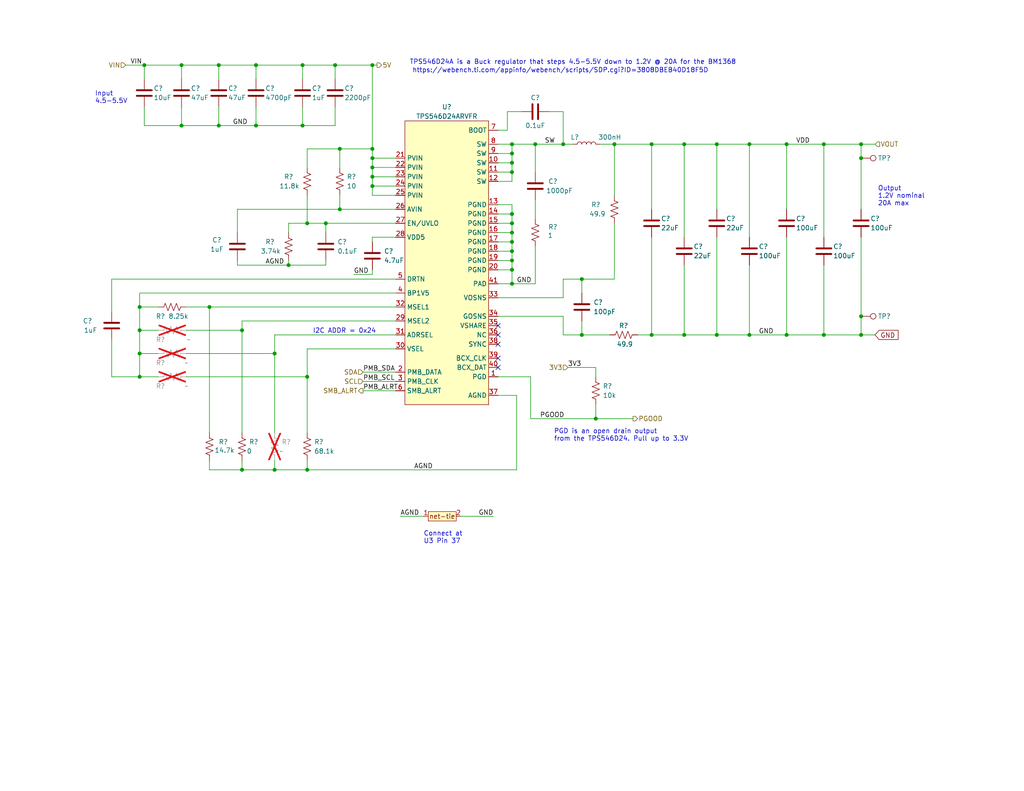
<source format=kicad_sch>
(kicad_sch (version 20250114) (generator "eeschema") (generator_version "9.0")
  (paper "A")
  (title_block (title "hashdisk") (date "2025-07-24") (rev "v3"))
  (lib_symbols
    (symbol "Connector:TestPoint" (pin_numbers (hide yes)) (pin_names (offset 0.762) (hide yes))
      (property "Reference" "TP" (at 0 6.858 0))
      (property "Value" "TestPoint" (at 0 5.08 0))
      (symbol "TestPoint_0_1"
        (circle (center 0 3.302) (radius 0.762))
      )
      (symbol "TestPoint_1_1"
        (pin passive line (at 0 0 90) (length 2.54) (name "1") (number "1"))
      )
    )
    (symbol "Device:C" (pin_numbers (hide yes)) (pin_names (offset 0.254))
      (property "Reference" "C" (at 0.635 2.54 0))
      (property "Value" "C" (at 0.635 -2.54 0))
      (symbol "C_0_1"
        (polyline (pts (xy -2.032 0.762) (xy 2.032 0.762)) (stroke (width 0.508)))
        (polyline (pts (xy -2.032 -0.762) (xy 2.032 -0.762)) (stroke (width 0.508)))
      )
      (symbol "C_1_1"
        (pin passive line (at 0 3.81 270) (length 2.794) (name "~") (number "1"))
        (pin passive line (at 0 -3.81 90) (length 2.794) (name "~") (number "2"))
      )
    )
    (symbol "Device:L" (pin_numbers (hide yes)) (pin_names (offset 1.016) (hide yes))
      (property "Reference" "L" (at -1.27 0 90))
      (property "Value" "L" (at 1.905 0 90))
      (symbol "L_0_1"
        (arc (start 0 2.54) (mid 0.6323 1.905) (end 0 1.27))
        (arc (start 0 1.27) (mid 0.6323 0.635) (end 0 0))
        (arc (start 0 0) (mid 0.6323 -0.635) (end 0 -1.27))
        (arc (start 0 -1.27) (mid 0.6323 -1.905) (end 0 -2.54))
      )
      (symbol "L_1_1"
        (pin passive line (at 0 3.81 270) (length 1.27) (name "1") (number "1"))
        (pin passive line (at 0 -3.81 90) (length 1.27) (name "2") (number "2"))
      )
    )
    (symbol "Device:R_US" (pin_numbers (hide yes)) (pin_names (offset 0))
      (property "Reference" "R" (at 2.54 0 90))
      (property "Value" "R_US" (at -2.54 0 90))
      (symbol "R_US_0_1"
        (polyline (pts (xy 0 2.286) (xy 0 2.54)))
        (polyline (pts (xy 0 2.286) (xy 1.016 1.905) (xy 0 1.524) (xy -1.016 1.143) (xy 0 0.762)))
        (polyline (pts (xy 0 0.762) (xy 1.016 0.381) (xy 0 0) (xy -1.016 -0.381) (xy 0 -0.762)))
        (polyline (pts (xy 0 -0.762) (xy 1.016 -1.143) (xy 0 -1.524) (xy -1.016 -1.905) (xy 0 -2.286)))
        (polyline (pts (xy 0 -2.286) (xy 0 -2.54)))
      )
      (symbol "R_US_1_1"
        (pin passive line (at 0 3.81 270) (length 1.27) (name "~") (number "1"))
        (pin passive line (at 0 -3.81 90) (length 1.27) (name "~") (number "2"))
      )
    )
    (symbol "bitaxe:TPS546D24"
      (property "Reference" "U10" (at 0 45.72 0))
      (property "Value" "TPS546D24ARVFR" (at 0 43.18 0))
      (symbol "TPS546D24_0_1"
        (rectangle (start -11.43 41.91) (end 11.43 -35.56) (stroke (width 0.1524)) (fill (type background)))
      )
      (symbol "TPS546D24_1_1"
        (pin input line (at -13.97 31.75 0) (length 2.54) (name "PVIN") (number "21"))
        (pin input line (at -13.97 29.21 0) (length 2.54) (name "PVIN") (number "22"))
        (pin input line (at -13.97 26.67 0) (length 2.54) (name "PVIN") (number "23"))
        (pin input line (at -13.97 24.13 0) (length 2.54) (name "PVIN") (number "24"))
        (pin input line (at -13.97 21.59 0) (length 2.54) (name "PVIN") (number "25"))
        (pin input line (at -13.97 17.78 0) (length 2.54) (name "AVIN") (number "26"))
        (pin input line (at -13.97 13.97 0) (length 2.54) (name "EN/UVLO") (number "27"))
        (pin output line (at -13.97 10.16 0) (length 2.54) (name "VDD5") (number "28"))
        (pin input line (at -13.97 -1.27 0) (length 2.54) (name "DRTN") (number "5"))
        (pin input line (at -13.97 -5.08 0) (length 2.54) (name "BP1V5") (number "4"))
        (pin input line (at -13.97 -8.89 0) (length 2.54) (name "MSEL1") (number "32"))
        (pin input line (at -13.97 -12.7 0) (length 2.54) (name "MSEL2") (number "29"))
        (pin input line (at -13.97 -16.51 0) (length 2.54) (name "ADRSEL") (number "31"))
        (pin input line (at -13.97 -20.32 0) (length 2.54) (name "VSEL") (number "30"))
        (pin input line (at -13.97 -26.67 0) (length 2.54) (name "PMB_DATA") (number "2"))
        (pin input line (at -13.97 -29.21 0) (length 2.54) (name "PMB_CLK") (number "3"))
        (pin input line (at -13.97 -31.75 0) (length 2.54) (name "SMB_ALRT") (number "6"))
        (pin input line (at 13.97 39.37 180) (length 2.54) (name "BOOT") (number "7"))
        (pin output line (at 13.97 35.56 180) (length 2.54) (name "SW") (number "8"))
        (pin power_in line (at 13.97 33.02 180) (length 2.54) (name "SW") (number "9"))
        (pin power_in line (at 13.97 30.48 180) (length 2.54) (name "SW") (number "10"))
        (pin output line (at 13.97 27.94 180) (length 2.54) (name "SW") (number "11"))
        (pin power_out line (at 13.97 25.4 180) (length 2.54) (name "SW") (number "12"))
        (pin output line (at 13.97 19.05 180) (length 2.54) (name "PGND") (number "13"))
        (pin output line (at 13.97 16.51 180) (length 2.54) (name "PGND") (number "14"))
        (pin input line (at 13.97 13.97 180) (length 2.54) (name "PGND") (number "15"))
        (pin input line (at 13.97 11.43 180) (length 2.54) (name "PGND") (number "16"))
        (pin power_in line (at 13.97 8.89 180) (length 2.54) (name "PGND") (number "17"))
        (pin input line (at 13.97 6.35 180) (length 2.54) (name "PGND") (number "18"))
        (pin input line (at 13.97 3.81 180) (length 2.54) (name "PGND") (number "19"))
        (pin power_in line (at 13.97 1.27 180) (length 2.54) (name "PGND") (number "20"))
        (pin power_in line (at 13.97 -2.54 180) (length 2.54) (name "PAD") (number "41"))
        (pin output line (at 13.97 -6.35 180) (length 2.54) (name "VOSNS") (number "33"))
        (pin output line (at 13.97 -11.43 180) (length 2.54) (name "GOSNS") (number "34"))
        (pin input line (at 13.97 -13.97 180) (length 2.54) (name "VSHARE") (number "35"))
        (pin input line (at 13.97 -16.51 180) (length 2.54) (name "NC") (number "36"))
        (pin input line (at 13.97 -19.05 180) (length 2.54) (name "SYNC") (number "38"))
        (pin input line (at 13.97 -22.86 180) (length 2.54) (name "BCX_CLK") (number "39"))
        (pin input line (at 13.97 -25.4 180) (length 2.54) (name "BCX_DAT") (number "40"))
        (pin input line (at 13.97 -27.94 180) (length 2.54) (name "PGD") (number "1"))
        (pin power_in line (at 13.97 -33.02 180) (length 2.54) (name "AGND") (number "37"))
      )
    )
    (symbol "bitaxe:net-tie"
      (symbol "net-tie_0_1"
        (rectangle (start -3.81 1.27) (end 3.81 -1.27) (stroke (width 0.1524)) (fill (type background)))
      )
      (symbol "net-tie_1_0"
        (pin bidirectional line (at -5.08 0 0) (length 1.27) (name "") (number "1"))
        (pin bidirectional line (at 5.08 0 180) (length 1.27) (name "") (number "2"))
      )
      (symbol "net-tie_1_1"
        (text "net-tie" (at 0 0 0) (effects (font (size 1.27 1.27))))
      )
    )
  )
  (text "TPS546D24A is a Buck regulator that steps 4.5-5.5V down to 1.2V @ 20A for the BM1368" (at 111.76 17.78 0) (effects (font (size 1.27 1.27)) (justify left bottom)))
  (text "https://webench.ti.com/appinfo/webench/scripts/SDP.cgi?ID=3808DBEB40D18F5D" (at 152.908 19.304 0) (effects (font (size 1.27 1.27))))
  (text "Input \n4.5-5.5V" (at 25.908 28.448 0) (effects (font (size 1.27 1.27)) (justify left bottom)))
  (text "PGD is an open drain output\nfrom the TPS546D24. Pull up to 3.3V" (at 151.13 120.65 0) (effects (font (size 1.27 1.27)) (justify left bottom)))
  (text "I2C ADDR = 0x24" (at 85.344 91.186 0) (effects (font (size 1.27 1.27)) (justify left bottom)))
  (text "Output \n1.2V nominal\n20A max" (at 239.522 56.388 0) (effects (font (size 1.27 1.27)) (justify left bottom)))
  (text "Connect at\nU3 Pin 37" (at 115.57 148.59 0) (effects (font (size 1.27 1.27)) (justify left bottom)))
  (junction (at 66.04 90.17))
  (junction (at 83.82 60.96))
  (junction (at 59.69 17.78))
  (junction (at 139.7 46.99))
  (junction (at 186.69 39.37))
  (junction (at 146.05 39.37))
  (junction (at 38.1 96.52))
  (junction (at 234.95 91.44))
  (junction (at 82.55 17.78))
  (junction (at 49.53 17.78))
  (junction (at 162.56 114.3))
  (junction (at 39.37 17.78))
  (junction (at 101.6 45.72))
  (junction (at 224.79 91.44))
  (junction (at 195.58 39.37))
  (junction (at 83.82 128.27))
  (junction (at 234.95 39.37))
  (junction (at 92.71 57.15))
  (junction (at 91.44 17.78))
  (junction (at 186.69 91.44))
  (junction (at 69.85 34.29))
  (junction (at 49.53 34.29))
  (junction (at 83.82 102.87))
  (junction (at 177.8 39.37))
  (junction (at 57.15 83.82))
  (junction (at 92.71 40.64))
  (junction (at 101.6 43.18))
  (junction (at 38.1 102.87))
  (junction (at 153.67 39.37))
  (junction (at 74.93 128.27))
  (junction (at 204.47 39.37))
  (junction (at 139.7 63.5))
  (junction (at 158.75 91.44))
  (junction (at 78.74 72.39))
  (junction (at 139.7 58.42))
  (junction (at 101.6 48.26))
  (junction (at 139.7 41.91))
  (junction (at 139.7 66.04))
  (junction (at 234.95 43.18))
  (junction (at 214.63 91.44))
  (junction (at 214.63 39.37))
  (junction (at 139.7 60.96))
  (junction (at 224.79 39.37))
  (junction (at 177.8 91.44))
  (junction (at 234.95 86.36))
  (junction (at 139.7 44.45))
  (junction (at 167.64 39.37))
  (junction (at 74.93 96.52))
  (junction (at 38.1 83.82))
  (junction (at 101.6 50.8))
  (junction (at 139.7 77.47))
  (junction (at 139.7 73.66))
  (junction (at 204.47 91.44))
  (junction (at 101.6 17.78))
  (junction (at 69.85 17.78))
  (junction (at 139.7 71.12))
  (junction (at 101.6 40.64))
  (junction (at 139.7 68.58))
  (junction (at 195.58 91.44))
  (junction (at 59.69 34.29))
  (junction (at 38.1 90.17))
  (junction (at 158.75 76.2))
  (junction (at 66.04 128.27))
  (junction (at 82.55 34.29))
  (junction (at 88.9 60.96))
  (junction (at 139.7 39.37))
  (no_connect (at 135.89 88.9))
  (no_connect (at 135.89 93.98))
  (no_connect (at 135.89 97.79))
  (no_connect (at 135.89 91.44))
  (no_connect (at 135.89 100.33))
  (wire (pts (xy 146.05 59.69) (xy 146.05 54.61)))
  (wire (pts (xy 139.7 41.91) (xy 139.7 39.37)))
  (wire (pts (xy 92.71 45.72) (xy 92.71 40.64)))
  (wire (pts (xy 139.7 73.66) (xy 139.7 77.47)))
  (wire (pts (xy 92.71 53.34) (xy 92.71 57.15)))
  (wire (pts (xy 195.58 39.37) (xy 195.58 57.15)))
  (wire (pts (xy 88.9 60.96) (xy 107.95 60.96)))
  (wire (pts (xy 101.6 43.18) (xy 107.95 43.18)))
  (wire (pts (xy 101.6 45.72) (xy 101.6 48.26)))
  (wire (pts (xy 69.85 34.29) (xy 82.55 34.29)))
  (wire (pts (xy 224.79 72.39) (xy 224.79 91.44)))
  (wire (pts (xy 59.69 17.78) (xy 59.69 21.59)))
  (wire (pts (xy 167.64 39.37) (xy 177.8 39.37)))
  (wire (pts (xy 101.6 40.64) (xy 101.6 43.18)))
  (wire (pts (xy 153.67 39.37) (xy 156.21 39.37)))
  (wire (pts (xy 146.05 46.99) (xy 146.05 39.37)))
  (wire (pts (xy 101.6 66.04) (xy 101.6 64.77)))
  (wire (pts (xy 83.82 60.96) (xy 78.74 60.96)))
  (wire (pts (xy 66.04 87.63) (xy 66.04 90.17)))
  (wire (pts (xy 83.82 40.64) (xy 92.71 40.64)))
  (wire (pts (xy 139.7 58.42) (xy 139.7 60.96)))
  (wire (pts (xy 66.04 128.27) (xy 74.93 128.27)))
  (wire (pts (xy 162.56 114.3) (xy 172.72 114.3)))
  (wire (pts (xy 78.74 71.12) (xy 78.74 72.39)))
  (wire (pts (xy 69.85 29.21) (xy 69.85 34.29)))
  (wire (pts (xy 96.52 74.93) (xy 101.6 74.93)))
  (wire (pts (xy 49.53 34.29) (xy 59.69 34.29)))
  (wire (pts (xy 135.89 102.87) (xy 144.78 102.87)))
  (wire (pts (xy 38.1 90.17) (xy 43.18 90.17)))
  (wire (pts (xy 135.89 58.42) (xy 139.7 58.42)))
  (wire (pts (xy 39.37 17.78) (xy 49.53 17.78)))
  (wire (pts (xy 195.58 91.44) (xy 204.47 91.44)))
  (wire (pts (xy 83.82 102.87) (xy 83.82 118.11)))
  (wire (pts (xy 234.95 43.18) (xy 234.95 57.15)))
  (wire (pts (xy 64.77 72.39) (xy 78.74 72.39)))
  (wire (pts (xy 88.9 71.12) (xy 88.9 72.39)))
  (wire (pts (xy 139.7 49.53) (xy 139.7 46.99)))
  (wire (pts (xy 101.6 50.8) (xy 101.6 53.34)))
  (wire (pts (xy 204.47 91.44) (xy 214.63 91.44)))
  (wire (pts (xy 101.6 17.78) (xy 91.44 17.78)))
  (wire (pts (xy 135.89 107.95) (xy 140.97 107.95)))
  (wire (pts (xy 34.29 17.78) (xy 39.37 17.78)))
  (wire (pts (xy 177.8 91.44) (xy 186.69 91.44)))
  (wire (pts (xy 214.63 91.44) (xy 224.79 91.44)))
  (wire (pts (xy 64.77 63.5) (xy 64.77 57.15)))
  (wire (pts (xy 38.1 90.17) (xy 38.1 96.52)))
  (wire (pts (xy 214.63 57.15) (xy 214.63 39.37)))
  (wire (pts (xy 49.53 17.78) (xy 49.53 21.59)))
  (wire (pts (xy 204.47 72.39) (xy 204.47 91.44)))
  (wire (pts (xy 153.67 30.48) (xy 153.67 39.37)))
  (wire (pts (xy 83.82 60.96) (xy 88.9 60.96)))
  (wire (pts (xy 38.1 102.87) (xy 43.18 102.87)))
  (wire (pts (xy 177.8 39.37) (xy 186.69 39.37)))
  (wire (pts (xy 139.7 44.45) (xy 139.7 41.91)))
  (wire (pts (xy 83.82 125.73) (xy 83.82 128.27)))
  (wire (pts (xy 204.47 39.37) (xy 204.47 64.77)))
  (wire (pts (xy 167.64 60.96) (xy 167.64 76.2)))
  (wire (pts (xy 83.82 45.72) (xy 83.82 40.64)))
  (wire (pts (xy 38.1 96.52) (xy 38.1 102.87)))
  (wire (pts (xy 83.82 95.25) (xy 83.82 102.87)))
  (wire (pts (xy 101.6 43.18) (xy 101.6 45.72)))
  (wire (pts (xy 82.55 17.78) (xy 82.55 21.59)))
  (wire (pts (xy 135.89 81.28) (xy 153.67 81.28)))
  (wire (pts (xy 144.78 114.3) (xy 162.56 114.3)))
  (wire (pts (xy 158.75 76.2) (xy 167.64 76.2)))
  (wire (pts (xy 139.7 71.12) (xy 139.7 73.66)))
  (wire (pts (xy 38.1 96.52) (xy 43.18 96.52)))
  (wire (pts (xy 135.89 46.99) (xy 139.7 46.99)))
  (wire (pts (xy 50.8 83.82) (xy 57.15 83.82)))
  (wire (pts (xy 144.78 102.87) (xy 144.78 114.3)))
  (wire (pts (xy 99.06 101.6) (xy 107.95 101.6)))
  (wire (pts (xy 82.55 17.78) (xy 91.44 17.78)))
  (wire (pts (xy 158.75 91.44) (xy 166.37 91.44)))
  (wire (pts (xy 101.6 48.26) (xy 101.6 50.8)))
  (wire (pts (xy 83.82 53.34) (xy 83.82 60.96)))
  (wire (pts (xy 139.7 63.5) (xy 139.7 66.04)))
  (wire (pts (xy 162.56 110.49) (xy 162.56 114.3)))
  (wire (pts (xy 88.9 63.5) (xy 88.9 60.96)))
  (wire (pts (xy 158.75 87.63) (xy 158.75 91.44)))
  (wire (pts (xy 50.8 96.52) (xy 74.93 96.52)))
  (wire (pts (xy 39.37 21.59) (xy 39.37 17.78)))
  (wire (pts (xy 139.7 55.88) (xy 139.7 58.42)))
  (wire (pts (xy 78.74 60.96) (xy 78.74 63.5)))
  (wire (pts (xy 139.7 73.66) (xy 135.89 73.66)))
  (wire (pts (xy 224.79 91.44) (xy 234.95 91.44)))
  (wire (pts (xy 101.6 45.72) (xy 107.95 45.72)))
  (wire (pts (xy 135.89 86.36) (xy 153.67 86.36)))
  (wire (pts (xy 101.6 50.8) (xy 107.95 50.8)))
  (wire (pts (xy 107.95 80.01) (xy 38.1 80.01)))
  (wire (pts (xy 69.85 17.78) (xy 69.85 21.59)))
  (wire (pts (xy 139.7 39.37) (xy 146.05 39.37)))
  (wire (pts (xy 66.04 125.73) (xy 66.04 128.27)))
  (wire (pts (xy 214.63 64.77) (xy 214.63 91.44)))
  (wire (pts (xy 83.82 128.27) (xy 140.97 128.27)))
  (wire (pts (xy 139.7 39.37) (xy 135.89 39.37)))
  (wire (pts (xy 99.06 104.14) (xy 107.95 104.14)))
  (wire (pts (xy 158.75 76.2) (xy 158.75 80.01)))
  (wire (pts (xy 135.89 66.04) (xy 139.7 66.04)))
  (wire (pts (xy 101.6 73.66) (xy 101.6 74.93)))
  (wire (pts (xy 101.6 48.26) (xy 107.95 48.26)))
  (wire (pts (xy 234.95 64.77) (xy 234.95 86.36)))
  (wire (pts (xy 186.69 91.44) (xy 195.58 91.44)))
  (wire (pts (xy 57.15 128.27) (xy 66.04 128.27)))
  (wire (pts (xy 234.95 91.44) (xy 238.76 91.44)))
  (wire (pts (xy 91.44 17.78) (xy 91.44 21.59)))
  (wire (pts (xy 57.15 125.73) (xy 57.15 128.27)))
  (wire (pts (xy 234.95 39.37) (xy 234.95 43.18)))
  (wire (pts (xy 101.6 17.78) (xy 101.6 40.64)))
  (wire (pts (xy 69.85 17.78) (xy 82.55 17.78)))
  (wire (pts (xy 30.48 76.2) (xy 107.95 76.2)))
  (wire (pts (xy 135.89 71.12) (xy 139.7 71.12)))
  (wire (pts (xy 38.1 83.82) (xy 43.18 83.82)))
  (wire (pts (xy 135.89 68.58) (xy 139.7 68.58)))
  (wire (pts (xy 139.7 68.58) (xy 139.7 71.12)))
  (wire (pts (xy 177.8 64.77) (xy 177.8 91.44)))
  (wire (pts (xy 163.83 39.37) (xy 167.64 39.37)))
  (wire (pts (xy 195.58 39.37) (xy 204.47 39.37)))
  (wire (pts (xy 153.67 91.44) (xy 158.75 91.44)))
  (wire (pts (xy 234.95 86.36) (xy 234.95 91.44)))
  (wire (pts (xy 139.7 46.99) (xy 139.7 44.45)))
  (wire (pts (xy 64.77 57.15) (xy 92.71 57.15)))
  (wire (pts (xy 50.8 102.87) (xy 83.82 102.87)))
  (wire (pts (xy 149.86 30.48) (xy 153.67 30.48)))
  (wire (pts (xy 49.53 29.21) (xy 49.53 34.29)))
  (wire (pts (xy 214.63 39.37) (xy 224.79 39.37)))
  (wire (pts (xy 125.73 140.97) (xy 134.62 140.97)))
  (wire (pts (xy 138.43 35.56) (xy 138.43 30.48)))
  (wire (pts (xy 101.6 64.77) (xy 107.95 64.77)))
  (wire (pts (xy 101.6 17.78) (xy 102.87 17.78)))
  (wire (pts (xy 30.48 92.71) (xy 30.48 102.87)))
  (wire (pts (xy 39.37 29.21) (xy 39.37 34.29)))
  (wire (pts (xy 153.67 81.28) (xy 153.67 76.2)))
  (wire (pts (xy 204.47 39.37) (xy 214.63 39.37)))
  (wire (pts (xy 146.05 77.47) (xy 139.7 77.47)))
  (wire (pts (xy 91.44 34.29) (xy 91.44 29.21)))
  (wire (pts (xy 153.67 86.36) (xy 153.67 91.44)))
  (wire (pts (xy 173.99 91.44) (xy 177.8 91.44)))
  (wire (pts (xy 138.43 30.48) (xy 142.24 30.48)))
  (wire (pts (xy 74.93 91.44) (xy 74.93 96.52)))
  (wire (pts (xy 146.05 67.31) (xy 146.05 77.47)))
  (wire (pts (xy 146.05 39.37) (xy 153.67 39.37)))
  (wire (pts (xy 57.15 83.82) (xy 107.95 83.82)))
  (wire (pts (xy 135.89 63.5) (xy 139.7 63.5)))
  (wire (pts (xy 186.69 39.37) (xy 195.58 39.37)))
  (wire (pts (xy 177.8 39.37) (xy 177.8 57.15)))
  (wire (pts (xy 234.95 39.37) (xy 238.76 39.37)))
  (wire (pts (xy 38.1 83.82) (xy 38.1 90.17)))
  (wire (pts (xy 92.71 40.64) (xy 101.6 40.64)))
  (wire (pts (xy 135.89 44.45) (xy 139.7 44.45)))
  (wire (pts (xy 167.64 39.37) (xy 167.64 53.34)))
  (wire (pts (xy 135.89 60.96) (xy 139.7 60.96)))
  (wire (pts (xy 195.58 64.77) (xy 195.58 91.44)))
  (wire (pts (xy 135.89 35.56) (xy 138.43 35.56)))
  (wire (pts (xy 162.56 102.87) (xy 162.56 100.33)))
  (wire (pts (xy 30.48 85.09) (xy 30.48 76.2)))
  (wire (pts (xy 38.1 80.01) (xy 38.1 83.82)))
  (wire (pts (xy 186.69 72.39) (xy 186.69 91.44)))
  (wire (pts (xy 66.04 90.17) (xy 66.04 118.11)))
  (wire (pts (xy 74.93 91.44) (xy 107.95 91.44)))
  (wire (pts (xy 59.69 29.21) (xy 59.69 34.29)))
  (wire (pts (xy 49.53 17.78) (xy 59.69 17.78)))
  (wire (pts (xy 135.89 41.91) (xy 139.7 41.91)))
  (wire (pts (xy 154.94 100.33) (xy 162.56 100.33)))
  (wire (pts (xy 66.04 87.63) (xy 107.95 87.63)))
  (wire (pts (xy 92.71 57.15) (xy 107.95 57.15)))
  (wire (pts (xy 107.95 53.34) (xy 101.6 53.34)))
  (wire (pts (xy 74.93 128.27) (xy 83.82 128.27)))
  (wire (pts (xy 140.97 107.95) (xy 140.97 128.27)))
  (wire (pts (xy 139.7 60.96) (xy 139.7 63.5)))
  (wire (pts (xy 83.82 95.25) (xy 107.95 95.25)))
  (wire (pts (xy 57.15 83.82) (xy 57.15 118.11)))
  (wire (pts (xy 59.69 17.78) (xy 69.85 17.78)))
  (wire (pts (xy 82.55 34.29) (xy 91.44 34.29)))
  (wire (pts (xy 74.93 96.52) (xy 74.93 118.11)))
  (wire (pts (xy 78.74 72.39) (xy 88.9 72.39)))
  (wire (pts (xy 82.55 29.21) (xy 82.55 34.29)))
  (wire (pts (xy 39.37 34.29) (xy 49.53 34.29)))
  (wire (pts (xy 59.69 34.29) (xy 69.85 34.29)))
  (wire (pts (xy 30.48 102.87) (xy 38.1 102.87)))
  (wire (pts (xy 135.89 55.88) (xy 139.7 55.88)))
  (wire (pts (xy 64.77 71.12) (xy 64.77 72.39)))
  (wire (pts (xy 224.79 39.37) (xy 234.95 39.37)))
  (wire (pts (xy 109.22 140.97) (xy 115.57 140.97)))
  (wire (pts (xy 139.7 66.04) (xy 139.7 68.58)))
  (wire (pts (xy 74.93 125.73) (xy 74.93 128.27)))
  (wire (pts (xy 224.79 39.37) (xy 224.79 64.77)))
  (wire (pts (xy 153.67 76.2) (xy 158.75 76.2)))
  (wire (pts (xy 135.89 49.53) (xy 139.7 49.53)))
  (wire (pts (xy 99.06 106.68) (xy 107.95 106.68)))
  (wire (pts (xy 186.69 39.37) (xy 186.69 64.77)))
  (wire (pts (xy 50.8 90.17) (xy 66.04 90.17)))
  (wire (pts (xy 135.89 77.47) (xy 139.7 77.47)))
  (label "GND" (at 134.62 140.97 180))
  (label "PMB_SDA" (at 99.06 101.6 0))
  (label "GND" (at 96.52 74.93 0))
  (label "SW" (at 148.59 39.37 0))
  (label "GND" (at 140.97 77.47 0))
  (label "PMB_SCL" (at 99.06 104.14 0))
  (label "AGND" (at 118.11 128.27 180))
  (label "AGND" (at 72.39 72.39 0))
  (label "GND" (at 207.01 91.44 0))
  (label "PMB_ALRT" (at 99.06 106.68 0))
  (label "PGOOD" (at 147.32 114.3 0))
  (label "GND" (at 63.5 34.29 0))
  (label "AGND" (at 109.22 140.97 0))
  (label "VIN" (at 35.56 17.78 0))
  (label "VDD" (at 217.17 39.37 0))
  (label "3V3" (at 154.94 100.33 0))
  (global_label "GND" (shape input) (at 238.76 91.44 0) (property "Intersheetrefs" "${INTERSHEET_REFS}" (effects (hide yes))))
  (hierarchical_label "VOUT" (shape input) (at 238.76 39.37 0))
  (hierarchical_label "SMB_ALRT" (shape output) (at 99.06 106.68 180))
  (hierarchical_label "3V3" (shape input) (at 154.94 100.33 180))
  (hierarchical_label "SCL" (shape input) (at 99.06 104.14 180))
  (hierarchical_label "PGOOD" (shape output) (at 172.72 114.3 0))
  (hierarchical_label "SDA" (shape input) (at 99.06 101.6 180))
  (hierarchical_label "5V" (shape output) (at 102.87 17.78 0))
  (hierarchical_label "VIN" (shape input) (at 34.29 17.78 180))
  (symbol (lib_id "Device:C") (at 177.8 60.96 0) (unit 1)
    (property "Reference" "C?" (at 180.34 59.69 0) (effects (justify left)))
    (property "Value" "22uF" (at 180.34 62.23 0) (effects (justify left)))
    (property "Footprint" "Capacitor_SMD:C_0805_2012Metric" (effects (hide yes)))
    (property "DK" "490-10746-1-ND" (effects (hide yes)))
    (property "PARTNO" "GRM21BR61A226ME44L" (effects (hide yes)))
  )
  (symbol (lib_id "Device:C") (at 39.37 25.4 0) (unit 1)
    (property "Reference" "C?" (at 41.91 24.13 0) (effects (justify left)))
    (property "Value" "10uF" (at 41.91 26.67 0) (effects (justify left)))
    (property "Footprint" "Capacitor_SMD:C_0805_2012Metric" (effects (hide yes)))
    (property "DK" "1276-1096-1-ND" (effects (hide yes)))
    (property "PARTNO" "CL21A106KOQNNNE" (effects (hide yes)))
  )
  (symbol (lib_id "Device:R_US") (at 167.64 57.15 0) (unit 1)
    (property "Reference" "R?" (at 161.29 55.88 0) (effects (justify left)))
    (property "Value" "49.9" (at 160.782 58.42 0) (effects (justify left)))
    (property "Footprint" "Resistor_SMD:R_0402_1005Metric" (effects (hide yes)))
    (property "DK" "311-49.9LRCT-ND" (effects (hide yes)))
    (property "PARTNO" "RC0402FR-0749R9L" (effects (hide yes)))
  )
  (symbol (lib_id "Device:C") (at 101.6 69.85 0) (unit 1)
    (property "Reference" "C?" (at 104.775 68.58 0) (effects (justify left)))
    (property "Value" "4.7uF" (at 104.775 71.12 0) (effects (justify left)))
    (property "Footprint" "Capacitor_SMD:C_0402_1005Metric" (effects (hide yes)))
    (property "DK" "490-14306-1-ND" (effects (hide yes)))
    (property "PARTNO" "GRM155R61A475MEAAD" (effects (hide yes)))
  )
  (symbol (lib_id "Connector:TestPoint") (at 234.95 86.36 270) (mirror x) (unit 1) (in_bom no)
    (property "Reference" "TP?" (at 241.3 86.36 90))
    (property "Value" "TestPoint" (effects (hide yes)))
    (property "Footprint" "TestPoint:TestPoint_Pad_D1.5mm" (effects (hide yes)))
  )
  (symbol (lib_id "Device:C") (at 30.48 88.9 0) (unit 1)
    (property "Reference" "C?" (at 22.606 87.63 0) (effects (justify left)))
    (property "Value" "1uF" (at 22.86 90.17 0) (effects (justify left)))
    (property "Footprint" "Capacitor_SMD:C_0402_1005Metric" (effects (hide yes)))
    (property "DK" "587-5514-1-ND" (effects (hide yes)))
    (property "PARTNO" "EMK105BJ105MV-F" (effects (hide yes)))
  )
  (symbol (lib_id "Device:R_US") (at 78.74 67.31 0) (unit 1)
    (property "Reference" "R?" (at 72.39 66.04 0) (effects (justify left)))
    (property "Value" "3.74k" (at 71.12 68.58 0) (effects (justify left)))
    (property "Footprint" "Resistor_SMD:R_0402_1005Metric" (effects (hide yes)))
    (property "DK" "311-3.74KLRCT-ND" (effects (hide yes)))
    (property "PARTNO" "RC0402FR-073K74L" (effects (hide yes)))
  )
  (symbol (lib_id "Device:R_US") (at 83.82 121.92 0) (unit 1)
    (property "Reference" "R?" (at 85.725 120.65 0) (effects (justify left)))
    (property "Value" "68.1k" (at 85.725 123.19 0) (effects (justify left)))
    (property "Footprint" "Resistor_SMD:R_0402_1005Metric" (effects (hide yes)))
    (property "DK" "YAG3213CT-ND" (effects (hide yes)))
    (property "PARTNO" "RC0402FR-0768K1L" (effects (hide yes)))
  )
  (symbol (lib_id "Device:C") (at 158.75 83.82 0) (unit 1)
    (property "Reference" "C?" (at 161.925 82.55 0) (effects (justify left)))
    (property "Value" "100pF" (at 161.925 85.09 0) (effects (justify left)))
    (property "Footprint" "Capacitor_SMD:C_0402_1005Metric" (effects (hide yes)))
    (property "DK" "732-7431-1-ND" (effects (hide yes)))
    (property "PARTNO" "885012005013" (effects (hide yes)))
  )
  (symbol (lib_id "Device:L") (at 160.02 39.37 90) (unit 1)
    (property "Reference" "L?" (at 156.845 37.465 90))
    (property "Value" "300nH" (at 166.37 37.465 90))
    (property "Footprint" "bitaxe:SLC1175-271MEC_COC" (effects (hide yes)))
    (property "Datasheet" "https://www.mouser.com/datasheet/2/597/slc1175-270653.pdf" (effects (hide yes)))
    (property "PARTNO" "SLC1175-301MEC" (effects (hide yes)))
    (property "Mouser" "994-SLC1175-271MEC" (effects (hide yes)))
  )
  (symbol (lib_id "Connector:TestPoint") (at 234.95 43.18 270) (mirror x) (unit 1) (in_bom no)
    (property "Reference" "TP?" (at 241.3 43.18 90))
    (property "Value" "TestPoint" (effects (hide yes)))
    (property "Footprint" "TestPoint:TestPoint_Pad_D1.5mm" (effects (hide yes)))
  )
  (symbol (lib_id "Device:C") (at 224.79 68.58 0) (unit 1)
    (property "Reference" "C?" (at 227.33 67.31 0) (effects (justify left)))
    (property "Value" "100uF" (at 227.33 69.85 0) (effects (justify left)))
    (property "Footprint" "Capacitor_SMD:C_1206_3216Metric" (effects (hide yes)))
    (property "DK" "1276-1782-1-ND" (effects (hide yes)))
    (property "PARTNO" "CL31A107MQHNNNE" (effects (hide yes)))
  )
  (symbol (lib_id "Device:C") (at 214.63 60.96 0) (unit 1)
    (property "Reference" "C?" (at 217.17 59.69 0) (effects (justify left)))
    (property "Value" "100uF" (at 217.17 62.23 0) (effects (justify left)))
    (property "Footprint" "Capacitor_SMD:C_1206_3216Metric" (effects (hide yes)))
    (property "DK" "1276-1782-1-ND" (effects (hide yes)))
    (property "PARTNO" "CL31A107MQHNNNE" (effects (hide yes)))
  )
  (symbol (lib_id "Device:C") (at 82.55 25.4 0) (unit 1)
    (property "Reference" "C?" (at 85.09 24.13 0) (effects (justify left)))
    (property "Value" "1uF" (at 85.09 26.67 0) (effects (justify left)))
    (property "Footprint" "Capacitor_SMD:C_0402_1005Metric" (effects (hide yes)))
    (property "DK" "587-5514-1-ND" (effects (hide yes)))
    (property "PARTNO" "EMK105BJ105MV-F" (effects (hide yes)))
  )
  (symbol (lib_id "bitaxe:TPS546D24") (at 121.92 74.93 0) (unit 1)
    (property "Reference" "U?" (at 121.92 29.21 0))
    (property "Value" "TPS546D24ARVFR" (at 121.92 31.75 0))
    (property "Footprint" "bitaxe:LQFN40-CLIP" (effects (hide yes)))
    (property "Datasheet" "https://www.ti.com/lit/ds/symlink/tps546d24a.pdf" (effects (hide yes)))
    (property "DK" "296-TPS546D24ARVFRCT-ND" (effects (hide yes)))
    (property "PARTNO" "TPS546D24ARVFR" (effects (hide yes)))
  )
  (symbol (lib_id "Device:C") (at 146.05 50.8 180) (unit 1)
    (property "Reference" "C?" (at 150.876 49.53 0))
    (property "Value" "1000pF" (at 152.654 52.07 0))
    (property "Footprint" "Capacitor_SMD:C_0805_2012Metric" (effects (hide yes)))
    (property "DK" "311-1127-1-ND" (effects (hide yes)))
    (property "PARTNO" "CC0805KRX7R9BB102" (effects (hide yes)))
  )
  (symbol (lib_id "Device:C") (at 59.69 25.4 0) (unit 1)
    (property "Reference" "C?" (at 62.23 24.13 0) (effects (justify left)))
    (property "Value" "47uF" (at 62.23 26.67 0) (effects (justify left)))
    (property "Footprint" "Capacitor_SMD:C_1210_3225Metric" (effects (hide yes)))
    (property "DK" "1276-3376-1-ND" (effects (hide yes)))
    (property "PARTNO" "CL32A476KOJNNNE" (effects (hide yes)))
  )
  (symbol (lib_id "Device:R_US") (at 57.15 121.92 180) (unit 1)
    (property "Reference" "R?" (at 62.23 120.65 0) (effects (justify left)))
    (property "Value" "14.7k" (at 64.008 122.936 0) (effects (justify left)))
    (property "Footprint" "Resistor_SMD:R_0402_1005Metric" (effects (hide yes)))
    (property "DK" "YAG2984CT-ND" (effects (hide yes)))
    (property "PARTNO" "RC0402FR-0714K7L" (effects (hide yes)))
  )
  (symbol (lib_id "Device:C") (at 49.53 25.4 0) (unit 1)
    (property "Reference" "C?" (at 52.07 24.13 0) (effects (justify left)))
    (property "Value" "47uF" (at 52.07 26.67 0) (effects (justify left)))
    (property "Footprint" "Capacitor_SMD:C_1210_3225Metric" (effects (hide yes)))
    (property "DK" "1276-3376-1-ND" (effects (hide yes)))
    (property "PARTNO" "CL32A476KOJNNNE" (effects (hide yes)))
  )
  (symbol (lib_id "Device:R_US") (at 66.04 121.92 0) (unit 1)
    (property "Reference" "R?" (at 67.945 120.65 0) (effects (justify left)))
    (property "Value" "0" (at 67.31 123.19 0) (effects (justify left)))
    (property "Footprint" "Resistor_SMD:R_0402_1005Metric" (effects (hide yes)))
    (property "DK" "311-0.0JRCT-ND" (effects (hide yes)))
    (property "PARTNO" "RC0402JR-070RL" (effects (hide yes)))
  )
  (symbol (lib_id "Device:R_US") (at 46.99 96.52 90) (unit 1) (in_bom no) (dnp yes)
    (property "Reference" "R?" (at 45.085 99.06 90) (effects (justify left)))
    (property "Value" "~" (at 51.435 99.06 90) (effects (justify left)))
    (property "Footprint" "Resistor_SMD:R_0402_1005Metric" (effects (hide yes)))
  )
  (symbol (lib_id "Device:C") (at 234.95 60.96 0) (unit 1)
    (property "Reference" "C?" (at 237.49 59.69 0) (effects (justify left)))
    (property "Value" "100uF" (at 237.49 62.23 0) (effects (justify left)))
    (property "Footprint" "Capacitor_SMD:C_1206_3216Metric" (effects (hide yes)))
    (property "DK" "1276-1782-1-ND" (effects (hide yes)))
    (property "PARTNO" "CL31A107MQHNNNE" (effects (hide yes)))
  )
  (symbol (lib_id "Device:R_US") (at 46.99 83.82 90) (unit 1)
    (property "Reference" "R?" (at 45.085 86.36 90) (effects (justify left)))
    (property "Value" "8.25k" (at 51.435 86.36 90) (effects (justify left)))
    (property "Footprint" "Resistor_SMD:R_0402_1005Metric" (effects (hide yes)))
    (property "DK" "311-8.25KLRCT-ND" (effects (hide yes)))
    (property "PARTNO" "RC0402FR-078K25L" (effects (hide yes)))
  )
  (symbol (lib_id "bitaxe:net-tie") (at 120.65 140.97 0) (unit 1) (in_bom no)
    (property "Reference" "T?" (effects (hide yes)))
    (property "Value" "net-tie" (effects (hide yes)))
    (property "Footprint" "bitaxe:NetTie-0.25mm" (effects (hide yes)))
  )
  (symbol (lib_id "Device:C") (at 146.05 30.48 90) (unit 1)
    (property "Reference" "C?" (at 146.05 26.67 90))
    (property "Value" "0.1uF" (at 146.05 34.29 90))
    (property "Footprint" "Capacitor_SMD:C_0402_1005Metric" (effects (hide yes)))
    (property "DK" "1276-1234-1-ND" (effects (hide yes)))
    (property "PARTNO" "CL05A104KO5NNNC" (effects (hide yes)))
  )
  (symbol (lib_id "Device:R_US") (at 92.71 49.53 0) (unit 1)
    (property "Reference" "R?" (at 94.615 48.26 0) (effects (justify left)))
    (property "Value" "10" (at 94.615 50.8 0) (effects (justify left)))
    (property "Footprint" "Resistor_SMD:R_0402_1005Metric" (effects (hide yes)))
    (property "DK" "311-10.0LRCT-ND" (effects (hide yes)))
    (property "PARTNO" "RC0402FR-0710RL" (effects (hide yes)))
  )
  (symbol (lib_id "Device:R_US") (at 162.56 106.68 180) (unit 1)
    (property "Reference" "R?" (at 164.465 105.41 0) (effects (justify right)))
    (property "Value" "10k" (at 164.465 107.95 0) (effects (justify right)))
    (property "Footprint" "Resistor_SMD:R_0402_1005Metric" (effects (hide yes)))
    (property "DK" "311-10KJRCT-ND" (effects (hide yes)))
    (property "PARTNO" "RC0402JR-0710KL" (effects (hide yes)))
  )
  (symbol (lib_id "Device:C") (at 64.77 67.31 180) (unit 1)
    (property "Reference" "C?" (at 59.182 65.532 0))
    (property "Value" "1uF" (at 59.182 68.072 0))
    (property "Footprint" "Capacitor_SMD:C_0402_1005Metric" (effects (hide yes)))
    (property "DK" "587-5514-1-ND" (effects (hide yes)))
    (property "PARTNO" "EMK105BJ105MV-F" (effects (hide yes)))
  )
  (symbol (lib_id "Device:C") (at 88.9 67.31 0) (unit 1)
    (property "Reference" "C?" (at 92.075 66.04 0) (effects (justify left)))
    (property "Value" "0.1uF" (at 92.075 68.58 0) (effects (justify left)))
    (property "Footprint" "Capacitor_SMD:C_0402_1005Metric" (effects (hide yes)))
    (property "DK" "1276-1234-1-ND" (effects (hide yes)))
    (property "PARTNO" "CL05A104KO5NNNC" (effects (hide yes)))
  )
  (symbol (lib_id "Device:C") (at 69.85 25.4 0) (unit 1)
    (property "Reference" "C?" (at 72.39 24.13 0) (effects (justify left)))
    (property "Value" "4700pF" (at 72.39 26.67 0) (effects (justify left)))
    (property "Footprint" "Capacitor_SMD:C_0402_1005Metric" (effects (hide yes)))
    (property "DK" "490-1309-1-ND" (effects (hide yes)))
    (property "PARTNO" "GRM155R71E472KA01D" (effects (hide yes)))
  )
  (symbol (lib_id "Device:C") (at 91.44 25.4 0) (unit 1)
    (property "Reference" "C?" (at 93.98 24.13 0) (effects (justify left)))
    (property "Value" "2200pF" (at 93.98 26.67 0) (effects (justify left)))
    (property "Footprint" "Capacitor_SMD:C_0402_1005Metric" (effects (hide yes)))
    (property "DK" "490-8257-1-ND" (effects (hide yes)))
    (property "PARTNO" "GRM155R61H222KA01D" (effects (hide yes)))
  )
  (symbol (lib_id "Device:R_US") (at 46.99 90.17 90) (unit 1) (in_bom no) (dnp yes)
    (property "Reference" "R?" (at 45.085 92.71 90) (effects (justify left)))
    (property "Value" "~" (at 52.07 92.71 90) (effects (justify left)))
    (property "Footprint" "Resistor_SMD:R_0402_1005Metric" (effects (hide yes)))
  )
  (symbol (lib_id "Device:C") (at 186.69 68.58 0) (unit 1)
    (property "Reference" "C?" (at 189.23 67.31 0) (effects (justify left)))
    (property "Value" "22uF" (at 189.23 69.85 0) (effects (justify left)))
    (property "Footprint" "Capacitor_SMD:C_0805_2012Metric" (effects (hide yes)))
    (property "DK" "490-10746-1-ND" (effects (hide yes)))
    (property "PARTNO" "GRM21BR61A226ME44L" (effects (hide yes)))
  )
  (symbol (lib_id "Device:R_US") (at 74.93 121.92 0) (unit 1) (in_bom no) (dnp yes)
    (property "Reference" "R?" (at 76.835 120.65 0) (effects (justify left)))
    (property "Value" "~" (at 76.2 123.19 0) (effects (justify left)))
    (property "Footprint" "Resistor_SMD:R_0402_1005Metric" (effects (hide yes)))
  )
  (symbol (lib_id "Device:C") (at 195.58 60.96 0) (unit 1)
    (property "Reference" "C?" (at 198.12 59.69 0) (effects (justify left)))
    (property "Value" "22uF" (at 198.12 62.23 0) (effects (justify left)))
    (property "Footprint" "Capacitor_SMD:C_0805_2012Metric" (effects (hide yes)))
    (property "DK" "490-10746-1-ND" (effects (hide yes)))
    (property "PARTNO" "GRM21BR61A226ME44L" (effects (hide yes)))
  )
  (symbol (lib_id "Device:C") (at 204.47 68.58 0) (unit 1)
    (property "Reference" "C?" (at 207.01 67.31 0) (effects (justify left)))
    (property "Value" "100uF" (at 207.01 69.85 0) (effects (justify left)))
    (property "Footprint" "Capacitor_SMD:C_1206_3216Metric" (effects (hide yes)))
    (property "DK" "1276-1782-1-ND" (effects (hide yes)))
    (property "PARTNO" "CL31A107MQHNNNE" (effects (hide yes)))
  )
  (symbol (lib_id "Device:R_US") (at 146.05 63.5 180) (unit 1)
    (property "Reference" "R?" (at 152.146 61.976 0) (effects (justify left)))
    (property "Value" "1" (at 150.876 64.262 0) (effects (justify left)))
    (property "Footprint" "Resistor_SMD:R_1206_3216Metric" (effects (hide yes)))
    (property "DK" "CSR1206FT1R00CT-ND" (effects (hide yes)))
    (property "PARTNO" "CSR1206FT1R00" (effects (hide yes)))
  )
  (symbol (lib_id "Device:R_US") (at 170.18 91.44 90) (unit 1)
    (property "Reference" "R?" (at 171.45 88.9 90) (effects (justify left)))
    (property "Value" "49.9" (at 172.72 93.98 90) (effects (justify left)))
    (property "Footprint" "Resistor_SMD:R_0402_1005Metric" (effects (hide yes)))
    (property "DK" "311-49.9LRCT-ND" (effects (hide yes)))
    (property "PARTNO" "RC0402FR-0749R9L" (effects (hide yes)))
  )
  (symbol (lib_id "Device:R_US") (at 46.99 102.87 90) (unit 1) (in_bom no) (dnp yes)
    (property "Reference" "R?" (at 45.085 105.41 90) (effects (justify left)))
    (property "Value" "~" (at 51.435 105.41 90) (effects (justify left)))
    (property "Footprint" "Resistor_SMD:R_0402_1005Metric" (effects (hide yes)))
  )
  (symbol (lib_id "Device:R_US") (at 83.82 49.53 0) (unit 1)
    (property "Reference" "R?" (at 77.47 48.26 0) (effects (justify left)))
    (property "Value" "11.8k" (at 76.2 50.8 0) (effects (justify left)))
    (property "Footprint" "Resistor_SMD:R_0402_1005Metric" (effects (hide yes)))
    (property "DK" "YAG2958CT-ND" (effects (hide yes)))
    (property "PARTNO" "RC0402FR-0711K8L" (effects (hide yes)))
  )
)
</source>
